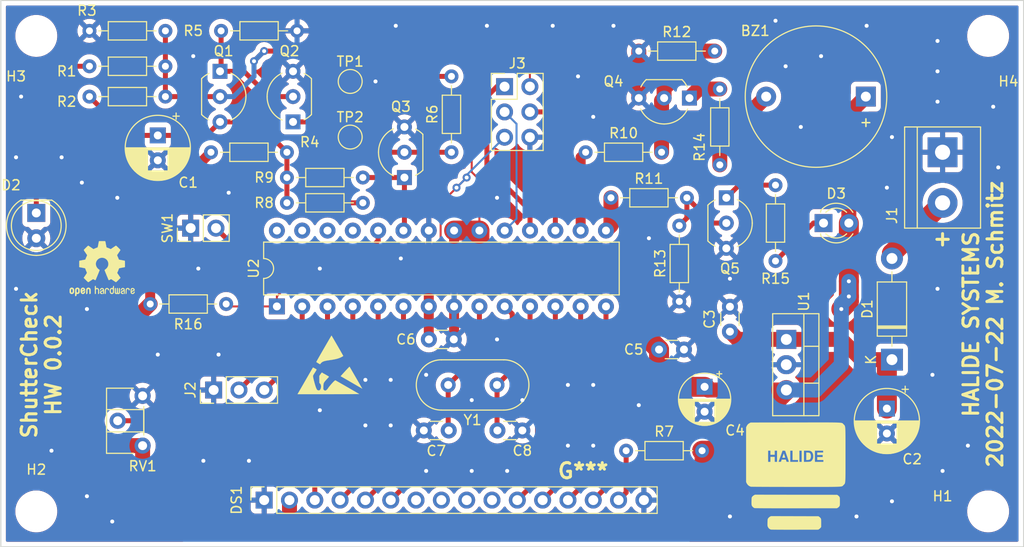
<source format=kicad_pcb>
(kicad_pcb (version 20211014) (generator pcbnew)
  (layers (0 "F.Cu" signal "Front") (31 "B.Cu" signal "Back") (34 "B.Paste" user) (35 "F.Paste" user) (36 "B.SilkS" user "B.Silkscreen") (37 "F.SilkS" user "F.Silkscreen") (38 "B.Mask" user) (39 "F.Mask" user) (44 "Edge.Cuts" user))
  (net 0 "")
  (net 1 "+5V")
  (net 2 "Net-(BZ1-Pad2)")
  (net 3 "Net-(C1-Pad1)")
  (net 4 "GNDD")
  (net 5 "Net-(C2-Pad1)")
  (net 6 "Net-(C7-Pad1)")
  (net 7 "Net-(C8-Pad1)")
  (net 8 "Net-(D1-Pad2)")
  (net 9 "Net-(D2-Pad1)")
  (net 10 "Net-(D3-Pad1)")
  (net 11 "V0")
  (net 12 "RS")
  (net 13 "RW")
  (net 14 "E")
  (net 19 "D4")
  (net 20 "D5")
  (net 21 "D6")
  (net 22 "D7")
  (net 23 "Net-(DS1-Pad15)")
  (net 24 "RX")
  (net 25 "TX")
  (net 26 "MISO")
  (net 27 "SCK")
  (net 28 "MOSI")
  (net 29 "RST")
  (net 30 "Net-(Q1-Pad1)")
  (net 31 "Net-(Q1-Pad2)")
  (net 32 "Net-(Q2-Pad1)")
  (net 33 "SHUT_SIG")
  (net 34 "Net-(Q4-Pad1)")
  (net 35 "Net-(Q4-Pad2)")
  (net 36 "Net-(Q5-Pad1)")
  (net 37 "Net-(Q5-Pad2)")
  (net 38 "BUZ")
  (net 39 "LED")
  (net 40 "BTN")
  (footprint "Symbol:ESD-Logo_6.6x6mm_SilkScreen" (layer "F.Cu") (at 145.172 51.508)
    (fp_text reference "REF**" hide)
    (fp_text value "ESD-Logo_6.6x6mm_SilkScreen" hide)
  )
  (footprint "Connector_PinHeader_2.54mm:PinHeader_1x03_P2.54mm_Vertical" (layer "F.Cu") (at 133.503 54.048 90)
    (fp_text reference "J2" (at 0 -2.33 90) (layer "F.SilkS"))
    (fp_text value "UART")
    (pad "1" thru_hole rect (at 0 0 90) (size 1.7 1.7) (drill 1) (layers *.Cu *.Mask) (net 4 "GNDD"))
    (pad "2" thru_hole oval (at 0 2.54 90) (size 1.7 1.7) (drill 1) (layers *.Cu *.Mask) (net 24 "RX"))
    (pad "3" thru_hole oval (at 0 5.08 90) (size 1.7 1.7) (drill 1) (layers *.Cu *.Mask) (net 25 "TX"))
  )
  (footprint "Buzzer_Beeper:Buzzer_D14mm_H7mm_P10mm" (layer "F.Cu") (at 198.94 24.584 180)
    (fp_text reference "BZ1" (at 11.096 6.604) (layer "F.SilkS"))
    (fp_text value "Buzzer")
    (fp_text user "+" (at -0.01 -2.54) (layer "F.SilkS"))
    (pad "1" thru_hole rect (at 0 0 180) (size 2 2) (drill 1) (layers *.Cu *.Mask) (net 1 "+5V"))
    (pad "2" thru_hole circle (at 10 0 180) (size 2 2) (drill 1) (layers *.Cu *.Mask) (net 2 "Net-(BZ1-Pad2)"))
  )
  (footprint "Resistor_THT:R_Axial_DIN0204_L3.6mm_D1.6mm_P7.62mm_Horizontal" (layer "F.Cu") (at 170.826 30.172)
    (fp_text reference "R10" (at 3.81 -1.92) (layer "F.SilkS"))
    (fp_text value "2,2k")
    (pad "1" thru_hole circle (at 0 0) (size 1.4 1.4) (drill 0.7) (layers *.Cu *.Mask) (net 38 "BUZ"))
    (pad "2" thru_hole oval (at 7.62 0) (size 1.4 1.4) (drill 0.7) (layers *.Cu *.Mask) (net 35 "Net-(Q4-Pad2)"))
  )
  (footprint "Resistor_THT:R_Axial_DIN0204_L3.6mm_D1.6mm_P7.62mm_Horizontal" (layer "F.Cu") (at 121.042 17.98)
    (fp_text reference "R3" (at -0.254 -2.032) (layer "F.SilkS"))
    (fp_text value "470k")
    (pad "1" thru_hole circle (at 0 0) (size 1.4 1.4) (drill 0.7) (layers *.Cu *.Mask) (net 4 "GNDD"))
    (pad "2" thru_hole oval (at 7.62 0) (size 1.4 1.4) (drill 0.7) (layers *.Cu *.Mask) (net 31 "Net-(Q1-Pad2)"))
  )
  (footprint "Resistor_THT:R_Axial_DIN0204_L3.6mm_D1.6mm_P7.62mm_Horizontal" (layer "F.Cu") (at 140.854 32.712)
    (fp_text reference "R9" (at -2.286 0) (layer "F.SilkS"))
    (fp_text value "4k7")
    (pad "1" thru_hole circle (at 0 0) (size 1.4 1.4) (drill 0.7) (layers *.Cu *.Mask) (net 3 "Net-(C1-Pad1)"))
    (pad "2" thru_hole oval (at 7.62 0) (size 1.4 1.4) (drill 0.7) (layers *.Cu *.Mask) (net 33 "SHUT_SIG"))
  )
  (footprint "Package_TO_SOT_THT:TO-92_Inline_Wide" (layer "F.Cu") (at 152.644 32.712 90)
    (fp_text reference "Q3" (at 7.112 -0.36 180) (layer "F.SilkS"))
    (fp_text value "BS170")
    (pad "1" thru_hole rect (at 0 0 90) (size 1.5 1.5) (drill 0.8) (layers *.Cu *.Mask) (net 33 "SHUT_SIG"))
    (pad "2" thru_hole circle (at 2.54 0 90) (size 1.5 1.5) (drill 0.8) (layers *.Cu *.Mask) (net 32 "Net-(Q2-Pad1)"))
    (pad "3" thru_hole circle (at 5.08 0 90) (size 1.5 1.5) (drill 0.8) (layers *.Cu *.Mask) (net 4 "GNDD"))
  )
  (footprint "Capacitor_THT:C_Disc_D3.0mm_W1.6mm_P2.50mm" (layer "F.Cu") (at 161.976 58.112)
    (fp_text reference "C8" (at 2.5 2.032) (layer "F.SilkS"))
    (fp_text value "22p")
    (pad "1" thru_hole circle (at 0 0) (size 1.6 1.6) (drill 0.8) (layers *.Cu *.Mask) (net 7 "Net-(C8-Pad1)"))
    (pad "2" thru_hole circle (at 2.5 0) (size 1.6 1.6) (drill 0.8) (layers *.Cu *.Mask) (net 4 "GNDD"))
  )
  (footprint "Capacitor_THT:C_Disc_D3.0mm_W1.6mm_P2.50mm" (layer "F.Cu") (at 157.089999 58.112 180)
    (fp_text reference "C7" (at 1.25 -2.05) (layer "F.SilkS"))
    (fp_text value "22p")
    (pad "1" thru_hole circle (at 0 0 180) (size 1.6 1.6) (drill 0.8) (layers *.Cu *.Mask) (net 6 "Net-(C7-Pad1)"))
    (pad "2" thru_hole circle (at 2.5 0 180) (size 1.6 1.6) (drill 0.8) (layers *.Cu *.Mask) (net 4 "GNDD"))
  )
  (footprint "Crystal:Crystal_HC18-U_Vertical" (layer "F.Cu") (at 161.936 53.54 180)
    (fp_text reference "Y1" (at 2.45 -3.525) (layer "F.SilkS"))
    (fp_text value "Crystal")
    (pad "1" thru_hole circle (at 0 0 180) (size 1.5 1.5) (drill 0.8) (layers *.Cu *.Mask) (net 7 "Net-(C8-Pad1)"))
    (pad "2" thru_hole circle (at 4.9 0 180) (size 1.5 1.5) (drill 0.8) (layers *.Cu *.Mask) (net 6 "Net-(C7-Pad1)"))
  )
  (footprint "Package_TO_SOT_THT:TO-220-3_Vertical" (layer "F.Cu") (at 190.963 48.968 -90)
    (fp_text reference "U1" (at -3.81 -1.76 90) (layer "F.SilkS"))
    (fp_text value "L7805")
    (pad "1" thru_hole rect (at 0 0 270) (size 1.905 2) (drill 1.1) (layers *.Cu *.Mask) (net 5 "Net-(C2-Pad1)"))
    (pad "2" thru_hole oval (at 2.54 0 270) (size 1.905 2) (drill 1.1) (layers *.Cu *.Mask) (net 4 "GNDD"))
    (pad "3" thru_hole oval (at 5.08 0 270) (size 1.905 2) (drill 1.1) (layers *.Cu *.Mask) (net 1 "+5V"))
  )
  (footprint "Package_TO_SOT_THT:TO-92_Inline_Wide" (layer "F.Cu") (at 184.944 34.744 -90)
    (fp_text reference "Q5" (at 7.112 -0.36 180) (layer "F.SilkS"))
    (fp_text value "BS170")
    (pad "1" thru_hole rect (at 0 0 270) (size 1.5 1.5) (drill 0.8) (layers *.Cu *.Mask) (net 36 "Net-(Q5-Pad1)"))
    (pad "2" thru_hole circle (at 2.54 0 270) (size 1.5 1.5) (drill 0.8) (layers *.Cu *.Mask) (net 37 "Net-(Q5-Pad2)"))
    (pad "3" thru_hole circle (at 5.08 0 270) (size 1.5 1.5) (drill 0.8) (layers *.Cu *.Mask) (net 4 "GNDD"))
  )
  (footprint "99_Logo:logo" (layer "F.Cu") (at 191.908 62.684)
    (fp_text reference "G***" (at -21.336 -0.508) (layer "F.SilkS") (effects (font (size 1.524 1.524) (thickness 0.3))))
    (fp_text value "LOGO" hide)
  )
  (footprint "Connector_PinHeader_2.54mm:PinHeader_2x03_P2.54mm_Vertical" (layer "F.Cu") (at 162.693 23.583)
    (fp_text reference "J3" (at 1.27 -2.33) (layer "F.SilkS"))
    (fp_text value "ISP")
    (pad "1" thru_hole rect (at 0 0) (size 1.7 1.7) (drill 1) (layers *.Cu *.Mask) (net 26 "MISO"))
    (pad "2" thru_hole oval (at 2.54 0) (size 1.7 1.7) (drill 1) (layers *.Cu *.Mask) (net 1 "+5V"))
    (pad "3" thru_hole oval (at 0 2.54) (size 1.7 1.7) (drill 1) (layers *.Cu *.Mask) (net 27 "SCK"))
    (pad "4" thru_hole oval (at 2.54 2.54) (size 1.7 1.7) (drill 1) (layers *.Cu *.Mask) (net 28 "MOSI"))
    (pad "5" thru_hole oval (at 0 5.08) (size 1.7 1.7) (drill 1) (layers *.Cu *.Mask) (net 29 "RST"))
    (pad "6" thru_hole oval (at 2.54 5.08) (size 1.7 1.7) (drill 1) (layers *.Cu *.Mask) (net 4 "GNDD"))
  )
  (footprint "Package_TO_SOT_THT:TO-92_Inline_Wide" (layer "F.Cu") (at 134.144 22.044 -90)
    (fp_text reference "Q1" (at -2.032 -0.36 180) (layer "F.SilkS"))
    (fp_text value "BC557B")
    (pad "1" thru_hole rect (at 0 0 270) (size 1.5 1.5) (drill 0.8) (layers *.Cu *.Mask) (net 30 "Net-(Q1-Pad1)"))
    (pad "2" thru_hole circle (at 2.54 0 270) (size 1.5 1.5) (drill 0.8) (layers *.Cu *.Mask) (net 31 "Net-(Q1-Pad2)"))
    (pad "3" thru_hole circle (at 5.08 0 270) (size 1.5 1.5) (drill 0.8) (layers *.Cu *.Mask) (net 3 "Net-(C1-Pad1)"))
  )
  (footprint "Diode_THT:D_DO-41_SOD81_P10.16mm_Horizontal" (layer "F.Cu") (at 201.56 51 90)
    (fp_text reference "D1" (at 5.08 -2.47 90) (layer "F.SilkS"))
    (fp_text value "1N4004")
    (fp_text user "K" (at 0 -2.1 90) (layer "F.SilkS"))
    (pad "1" thru_hole rect (at 0 0 90) (size 2.2 2.2) (drill 1.1) (layers *.Cu *.Mask) (net 5 "Net-(C2-Pad1)"))
    (pad "2" thru_hole oval (at 10.16 0 90) (size 2.2 2.2) (drill 1.1) (layers *.Cu *.Mask) (net 8 "Net-(D1-Pad2)"))
  )
  (footprint "LED_THT:LED_D5.0mm_IRGrey" (layer "F.Cu") (at 115.708 36.268 -90)
    (fp_text reference "D2" (at -2.789 2.54 180) (layer "F.SilkS"))
    (fp_text value "SFH203")
    (pad "1" thru_hole rect (at 0 0 270) (size 1.8 1.8) (drill 0.9) (layers *.Cu *.Mask) (net 9 "Net-(D2-Pad1)"))
    (pad "2" thru_hole circle (at 2.54 0 270) (size 1.8 1.8) (drill 0.9) (layers *.Cu *.Mask) (net 4 "GNDD"))
  )
  (footprint "MountingHole:MountingHole_3.2mm_M3" (layer "F.Cu") (at 115.708 66.24)
    (fp_text reference "H2" (at 0 -4.2) (layer "F.SilkS"))
    (fp_text value "h4")
    (pad "" np_thru_hole circle (at 0 0) (size 3.2 3.2) (drill 3.2) (layers *.Cu *.Mask))
  )
  (footprint "Resistor_THT:R_Axial_DIN0204_L3.6mm_D1.6mm_P7.62mm_Horizontal" (layer "F.Cu") (at 121.042 24.584)
    (fp_text reference "R2" (at -2.286 0.508) (layer "F.SilkS"))
    (fp_text value "47k")
    (pad "1" thru_hole circle (at 0 0) (size 1.4 1.4) (drill 0.7) (layers *.Cu *.Mask) (net 3 "Net-(C1-Pad1)"))
    (pad "2" thru_hole oval (at 7.62 0) (size 1.4 1.4) (drill 0.7) (layers *.Cu *.Mask) (net 31 "Net-(Q1-Pad2)"))
  )
  (footprint "Resistor_THT:R_Axial_DIN0204_L3.6mm_D1.6mm_P7.62mm_Horizontal" (layer "F.Cu") (at 157.364 30.172 90)
    (fp_text reference "R6" (at 3.81 -1.92 90) (layer "F.SilkS"))
    (fp_text value "1M5")
    (pad "1" thru_hole circle (at 0 0 90) (size 1.4 1.4) (drill 0.7) (layers *.Cu *.Mask) (net 32 "Net-(Q2-Pad1)"))
    (pad "2" thru_hole oval (at 7.62 0 90) (size 1.4 1.4) (drill 0.7) (layers *.Cu *.Mask) (net 31 "Net-(Q1-Pad2)"))
  )
  (footprint "TerminalBlock:TerminalBlock_bornier-2_P5.08mm" (layer "F.Cu") (at 206.64 30.172 -90)
    (fp_text reference "J1" (at 6.35 5.08 90) (layer "F.SilkS"))
    (fp_text value "PWR")
    (pad "1" thru_hole rect (at 0 0 270) (size 3 3) (drill 1.52) (layers *.Cu *.Mask) (net 4 "GNDD"))
    (pad "2" thru_hole circle (at 5.08 0 270) (size 3 3) (drill 1.52) (layers *.Cu *.Mask) (net 8 "Net-(D1-Pad2)"))
  )
  (footprint "Resistor_THT:R_Axial_DIN0204_L3.6mm_D1.6mm_P7.62mm_Horizontal" (layer "F.Cu") (at 133.234 30.172)
    (fp_text reference "R4" (at 9.906 -1.016) (layer "F.SilkS"))
    (fp_text value "10")
    (pad "1" thru_hole circle (at 0 0) (size 1.4 1.4) (drill 0.7) (layers *.Cu *.Mask) (net 1 "+5V"))
    (pad "2" thru_hole oval (at 7.62 0) (size 1.4 1.4) (drill 0.7) (layers *.Cu *.Mask) (net 3 "Net-(C1-Pad1)"))
  )
  (footprint "Resistor_THT:R_Axial_DIN0204_L3.6mm_D1.6mm_P7.62mm_Horizontal" (layer "F.Cu") (at 174.89 60.144)
    (fp_text reference "R7" (at 3.81 -1.92) (layer "F.SilkS"))
    (fp_text value "1k")
    (pad "1" thru_hole circle (at 0 0) (size 1.4 1.4) (drill 0.7) (layers *.Cu *.Mask) (net 23 "Net-(DS1-Pad15)"))
    (pad "2" thru_hole oval (at 7.62 0) (size 1.4 1.4) (drill 0.7) (layers *.Cu *.Mask) (net 1 "+5V"))
  )
  (footprint "Resistor_THT:R_Axial_DIN0204_L3.6mm_D1.6mm_P7.62mm_Horizontal" (layer "F.Cu") (at 176.16 20.012)
    (fp_text reference "R12" (at 3.81 -1.92) (layer "F.SilkS"))
    (fp_text value "10k")
    (pad "1" thru_hole circle (at 0 0) (size 1.4 1.4) (drill 0.7) (layers *.Cu *.Mask) (net 4 "GNDD"))
    (pad "2" thru_hole oval (at 7.62 0) (size 1.4 1.4) (drill 0.7) (layers *.Cu *.Mask) (net 35 "Net-(Q4-Pad2)"))
  )
  (footprint "Capacitor_THT:CP_Radial_D5.0mm_P2.50mm" (layer "F.Cu") (at 182.764 53.729114 -90)
    (fp_text reference "C4" (at 4.382886 -3.048) (layer "F.SilkS"))
    (fp_text value "10u")
    (pad "1" thru_hole rect (at 0 0 270) (size 1.6 1.6) (drill 0.8) (layers *.Cu *.Mask) (net 1 "+5V"))
    (pad "2" thru_hole circle (at 2.5 0 270) (size 1.6 1.6) (drill 0.8) (layers *.Cu *.Mask) (net 4 "GNDD"))
  )
  (footprint "Resistor_THT:R_Axial_DIN0204_L3.6mm_D1.6mm_P7.62mm_Horizontal" (layer "F.Cu") (at 134.25 17.98)
    (fp_text reference "R5" (at -2.794 0) (layer "F.SilkS"))
    (fp_text value "4k7")
    (pad "1" thru_hole circle (at 0 0) (size 1.4 1.4) (drill 0.7) (layers *.Cu *.Mask) (net 30 "Net-(Q1-Pad1)"))
    (pad "2" thru_hole oval (at 7.62 0) (size 1.4 1.4) (drill 0.7) (layers *.Cu *.Mask) (net 4 "GNDD"))
  )
  (footprint "TestPoint:TestPoint_Pad_D2.0mm" (layer "F.Cu") (at 147.204 28.648)
    (fp_text reference "TP2" (at 0 -1.998) (layer "F.SilkS"))
    (fp_text value "TP")
    (pad "1" smd circle (at 0 0) (size 2 2) (layers "F.Cu" "F.Mask") (net 32 "Net-(Q2-Pad1)"))
  )
  (footprint "Capacitor_THT:C_Disc_D3.0mm_W1.6mm_P2.50mm" (layer "F.Cu") (at 178.192 49.984)
    (fp_text reference "C5" (at -2.54 0) (layer "F.SilkS"))
    (fp_text value "100n")
    (pad "1" thru_hole circle (at 0 0) (size 1.6 1.6) (drill 0.8) (layers *.Cu *.Mask) (net 1 "+5V"))
    (pad "2" thru_hole circle (at 2.5 0) (size 1.6 1.6) (drill 0.8) (layers *.Cu *.Mask) (net 4 "GNDD"))
  )
  (footprint "Resistor_THT:R_Axial_DIN0204_L3.6mm_D1.6mm_P7.62mm_Horizontal" (layer "F.Cu") (at 128.662 21.536 180)
    (fp_text reference "R1" (at 9.906 -0.508) (layer "F.SilkS"))
    (fp_text value "1k")
    (pad "1" thru_hole circle (at 0 0 180) (size 1.4 1.4) (drill 0.7) (layers *.Cu *.Mask) (net 31 "Net-(Q1-Pad2)"))
    (pad "2" thru_hole oval (at 7.62 0 180) (size 1.4 1.4) (drill 0.7) (layers *.Cu *.Mask) (net 9 "Net-(D2-Pad1)"))
  )
  (footprint "Potentiometer_THT:Potentiometer_Piher_PT-6-H_Horizontal" (layer "F.Cu") (at 126.376 59.636 180)
    (fp_text reference "RV1" (at 0 -2.06) (layer "F.SilkS"))
    (fp_text value "10k")
    (pad "1" thru_hole circle (at 0 0 180) (size 1.62 1.62) (drill 0.9) (layers *.Cu *.Mask) (net 1 "+5V"))
    (pad "2" thru_hole circle (at 2.5 2.5 180) (size 1.62 1.62) (drill 0.9) (layers *.Cu *.Mask) (net 11 "V0"))
    (pad "3" thru_hole circle (at 0 5 180) (size 1.62 1.62) (drill 0.9) (layers *.Cu *.Mask) (net 4 "GNDD"))
  )
  (footprint "Package_TO_SOT_THT:TO-92_Inline_Wide" (layer "F.Cu") (at 181.24 24.732 180)
    (fp_text reference "Q4" (at 7.62 1.672) (layer "F.SilkS"))
    (fp_text value "BS170")
    (pad "1" thru_hole rect (at 0 0 180) (size 1.5 1.5) (drill 0.8) (layers *.Cu *.Mask) (net 34 "Net-(Q4-Pad1)"))
    (pad "2" thru_hole circle (at 2.54 0 180) (size 1.5 1.5) (drill 0.8) (layers *.Cu *.Mask) (net 35 "Net-(Q4-Pad2)"))
    (pad "3" thru_hole circle (at 5.08 0 180) (size 1.5 1.5) (drill 0.8) (layers *.Cu *.Mask) (net 4 "GNDD"))
  )
  (footprint "Package_DIP:DIP-28_W7.62mm" (layer "F.Cu") (at 139.848 45.656 90)
    (fp_text reference "U2" (at 3.81 -2.33 90) (layer "F.SilkS"))
    (fp_text value "ATmega328-P")
    (pad "1" thru_hole rect (at 0 0 90) (size 1.6 1.6) (drill 0.8) (layers *.Cu *.Mask) (net 29 "RST"))
    (pad "2" thru_hole oval (at 0 2.54 90) (size 1.6 1.6) (drill 0.8) (layers *.Cu *.Mask) (net 24 "RX"))
    (pad "3" thru_hole oval (at 0 5.08 90) (size 1.6 1.6) (drill 0.8) (layers *.Cu *.Mask) (net 25 "TX"))
    (pad "4" thru_hole oval (at 0 7.62 90) (size 1.6 1.6) (drill 0.8) (layers *.Cu *.Mask) (net 12 "RS"))
    (pad "5" thru_hole oval (at 0 10.16 90) (size 1.6 1.6) (drill 0.8) (layers *.Cu *.Mask) (net 13 "RW"))
    (pad "6" thru_hole oval (at 0 12.7 90) (size 1.6 1.6) (drill 0.8) (layers *.Cu *.Mask) (net 14 "E"))
    (pad "7" thru_hole oval (at 0 15.24 90) (size 1.6 1.6) (drill 0.8) (layers *.Cu *.Mask) (net 1 "+5V"))
    (pad "8" thru_hole oval (at 0 17.78 90) (size 1.6 1.6) (drill 0.8) (layers *.Cu *.Mask) (net 4 "GNDD"))
    (pad "9" thru_hole oval (at 0 20.32 90) (size 1.6 1.6) (drill 0.8) (layers *.Cu *.Mask) (net 6 "Net-(C7-Pad1)"))
    (pad "10" thru_hole oval (at 0 22.86 90) (size 1.6 1.6) (drill 0.8) (layers *.Cu *.Mask) (net 7 "Net-(C8-Pad1)"))
    (pad "11" thru_hole oval (at 0 25.4 90) (size 1.6 1.6) (drill 0.8) (layers *.Cu *.Mask) (net 19 "D4"))
    (pad "12" thru_hole oval (at 0 27.94 90) (size 1.6 1.6) (drill 0.8) (layers *.Cu *.Mask) (net 20 "D5"))
    (pad "13" thru_hole oval (at 0 30.48 90) (size 1.6 1.6) (drill 0.8) (layers *.Cu *.Mask) (net 21 "D6"))
    (pad "14" thru_hole oval (at 0 33.02 90) (size 1.6 1.6) (drill 0.8) (layers *.Cu *.Mask) (net 22 "D7"))
    (pad "15" thru_hole oval (at 7.62 33.02 90) (size 1.6 1.6) (drill 0.8) (layers *.Cu *.Mask) (net 39 "LED"))
    (pad "16" thru_hole oval (at 7.62 30.48 90) (size 1.6 1.6) (drill 0.8) (layers *.Cu *.Mask) (net 38 "BUZ"))
    (pad "17" thru_hole oval (at 7.62 27.94 90) (size 1.6 1.6) (drill 0.8) (layers *.Cu *.Mask) (net 28 "MOSI"))
    (pad "18" thru_hole oval (at 7.62 25.4 90) (size 1.6 1.6) (drill 0.8) (layers *.Cu *.Mask) (net 26 "MISO"))
    (pad "19" thru_hole oval (at 7.62 22.86 90) (size 1.6 1.6) (drill 0.8) (layers *.Cu *.Mask) (net 27 "SCK"))
    (pad "20" thru_hole oval (at 7.62 20.32 90) (size 1.6 1.6) (drill 0.8) (layers *.Cu *.Mask) (net 1 "+5V"))
    (pad "21" thru_hole oval (at 7.62 17.78 90) (size 1.6 1.6) (drill 0.8) (layers *.Cu *.Mask) (net 1 "+5V"))
    (pad "22" thru_hole oval (at 7.62 15.24 90) (size 1.6 1.6) (drill 0.8) (layers *.Cu *.Mask) (net 4 "GNDD"))
    (pad "23" thru_hole oval (at 7.62 12.7 90) (size 1.6 1.6) (drill 0.8) (layers *.Cu *.Mask) (net 33 "SHUT_SIG"))
    (pad "24" thru_hole oval (at 7.62 10.16 90) (size 1.6 1.6) (drill 0.8) (layers *.Cu *.Mask) (net 40 "BTN"))
    (pad "25" thru_hole oval (at 7.62 7.62 90) (size 1.6 1.6) (drill 0.8) (layers *.Cu *.Mask))
    (pad "26" thru_hole oval (at 7.62 5.08 90) (size 1.6 1.6) (drill 0.8) (layers *.Cu *.Mask))
    (pad "27" thru_hole oval (at 7.62 2.54 90) (size 1.6 1.6) (drill 0.8) (layers *.Cu *.Mask))
    (pad "28" thru_hole oval (at 7.62 0 90) (size 1.6 1.6) (drill 0.8) (layers *.Cu *.Mask))
  )
  (footprint "Resistor_THT:R_Axial_DIN0204_L3.6mm_D1.6mm_P7.62mm_Horizontal" (layer "F.Cu") (at 127.138 45.412)
    (fp_text reference "R16" (at 3.81 2.032) (layer "F.SilkS"))
    (fp_text value "10k")
    (pad "1" thru_hole circle (at 0 0) (size 1.4 1.4) (drill 0.7) (layers *.Cu *.Mask) (net 1 "+5V"))
    (pad "2" thru_hole oval (at 7.62 0) (size 1.4 1.4) (drill 0.7) (layers *.Cu *.Mask) (net 29 "RST"))
  )
  (footprint "Connector_PinSocket_2.54mm:PinSocket_1x16_P2.54mm_Vertical" (layer "F.Cu") (at 138.572 65.1065 90)
    (fp_text reference "DS1" (at 0 -2.77 90) (layer "F.SilkS"))
    (fp_text value "WC1602A")
    (pad "1" thru_hole rect (at 0 0 90) (size 1.7 1.7) (drill 1) (layers *.Cu *.Mask) (net 4 "GNDD"))
    (pad "2" thru_hole oval (at 0 2.54 90) (size 1.7 1.7) (drill 1) (layers *.Cu *.Mask) (net 1 "+5V"))
    (pad "3" thru_hole oval (at 0 5.08 90) (size 1.7 1.7) (drill 1) (layers *.Cu *.Mask) (net 11 "V0"))
    (pad "4" thru_hole oval (at 0 7.62 90) (size 1.7 1.7) (drill 1) (layers *.Cu *.Mask) (net 12 "RS"))
    (pad "5" thru_hole oval (at 0 10.16 90) (size 1.7 1.7) (drill 1) (layers *.Cu *.Mask) (net 13 "RW"))
    (pad "6" thru_hole oval (at 0 12.7 90) (size 1.7 1.7) (drill 1) (layers *.Cu *.Mask) (net 14 "E"))
    (pad "7" thru_hole oval (at 0 15.24 90) (size 1.7 1.7) (drill 1) (layers *.Cu *.Mask))
    (pad "8" thru_hole oval (at 0 17.78 90) (size 1.7 1.7) (drill 1) (layers *.Cu *.Mask))
    (pad "9" thru_hole oval (at 0 20.32 90) (size 1.7 1.7) (drill 1) (layers *.Cu *.Mask))
    (pad "10" thru_hole oval (at 0 22.86 90) (size 1.7 1.7) (drill 1) (layers *.Cu *.Mask))
    (pad "11" thru_hole oval (at 0 25.4 90) (size 1.7 1.7) (drill 1) (layers *.Cu *.Mask) (net 19 "D4"))
    (pad "12" thru_hole oval (at 0 27.94 90) (size 1.7 1.7) (drill 1) (layers *.Cu *.Mask) (net 20 "D5"))
    (pad "13" thru_hole oval (at 0 30.48 90) (size 1.7 1.7) (drill 1) (layers *.Cu *.Mask) (net 21 "D6"))
    (pad "14" thru_hole oval (at 0 33.02 90) (size 1.7 1.7) (drill 1) (layers *.Cu *.Mask) (net 22 "D7"))
    (pad "15" thru_hole oval (at 0 35.56 90) (size 1.7 1.7) (drill 1) (layers *.Cu *.Mask) (net 23 "Net-(DS1-Pad15)"))
    (pad "16" thru_hole oval (at 0 38.1 90) (size 1.7 1.7) (drill 1) (layers *.Cu *.Mask) (net 4 "GNDD"))
  )
  (footprint "MountingHole:MountingHole_3.2mm_M3" (layer "F.Cu") (at 115.708 18.488)
    (fp_text reference "H3" (at -2.032 4.064) (layer "F.SilkS"))
    (fp_text value "h1")
    (pad "" np_thru_hole circle (at 0 0) (size 3.2 3.2) (drill 3.2) (layers *.Cu *.Mask))
  )
  (footprint "Resistor_THT:R_Axial_DIN0204_L3.6mm_D1.6mm_P7.62mm_Horizontal" (layer "F.Cu") (at 173.366 34.744)
    (fp_text reference "R11" (at 3.81 -1.92) (layer "F.SilkS"))
    (fp_text value "2,2k")
    (pad "1" thru_hole circle (at 0 0) (size 1.4 1.4) (drill 0.7) (layers *.Cu *.Mask) (net 39 "LED"))
    (pad "2" thru_hole oval (at 7.62 0) (size 1.4 1.4) (drill 0.7) (layers *.Cu *.Mask) (net 37 "Net-(Q5-Pad2)"))
  )
  (footprint "Resistor_THT:R_Axial_DIN0204_L3.6mm_D1.6mm_P7.62mm_Horizontal" (layer "F.Cu") (at 184.288 31.442 90)
    (fp_text reference "R14" (at 1.778 -2.032 90) (layer "F.SilkS"))
    (fp_text value "470")
    (pad "1" thru_hole circle (at 0 0 90) (size 1.4 1.4) (drill 0.7) (layers *.Cu *.Mask) (net 2 "Net-(BZ1-Pad2)"))
    (pad "2" thru_hole oval (at 7.62 0 90) (size 1.4 1.4) (drill 0.7) (layers *.Cu *.Mask) (net 34 "Net-(Q4-Pad1)"))
  )
  (footprint "Resistor_THT:R_Axial_DIN0204_L3.6mm_D1.6mm_P7.62mm_Horizontal" (layer "F.Cu") (at 180.224 45.158 90)
    (fp_text reference "R13" (at 3.81 -1.92 90) (layer "F.SilkS"))
    (fp_text value "10k")
    (pad "1" thru_hole circle (at 0 0 90) (size 1.4 1.4) (drill 0.7) (layers *.Cu *.Mask) (net 4 "GNDD"))
    (pad "2" thru_hole oval (at 7.62 0 90) (size 1.4 1.4) (drill 0.7) (layers *.Cu *.Mask) (net 37 "Net-(Q5-Pad2)"))
  )
  (footprint "MountingHole:MountingHole_3.2mm_M3" (layer "F.Cu") (at 211.212 18.488)
    (fp_text reference "H4" (at 2.032 4.572) (layer "F.SilkS"))
    (fp_text value "h3")
    (pad "" np_thru_hole circle (at 0 0) (size 3.2 3.2) (drill 3.2) (layers *.Cu *.Mask))
  )
  (footprint "Package_TO_SOT_THT:TO-92_Inline_Wide" (layer "F.Cu") (at 141.468 27.124 90)
    (fp_text reference "Q2" (at 7.112 -0.36 180) (layer "F.SilkS"))
    (fp_text value "BC547B")
    (pad "1" thru_hole rect (at 0 0 90) (size 1.5 1.5) (drill 0.8) (layers *.Cu *.Mask) (net 32 "Net-(Q2-Pad1)"))
    (pad "2" thru_hole circle (at 2.54 0 90) (size 1.5 1.5) (drill 0.8) (layers *.Cu *.Mask) (net 30 "Net-(Q1-Pad1)"))
    (pad "3" thru_hole circle (at 5.08 0 90) (size 1.5 1.5) (drill 0.8) (layers *.Cu *.Mask) (net 4 "GNDD"))
  )
  (footprint "Capacitor_THT:CP_Radial_D6.3mm_P2.50mm" (layer "F.Cu") (at 127.9 28.481621 -90)
    (fp_text reference "C1" (at 4.738379 -3.048 180) (layer "F.SilkS"))
    (fp_text value "100u")
    (pad "1" thru_hole rect (at 0 0 270) (size 1.6 1.6) (drill 0.8) (layers *.Cu *.Mask) (net 3 "Net-(C1-Pad1)"))
    (pad "2" thru_hole circle (at 2.5 0 270) (size 1.6 1.6) (drill 0.8) (layers *.Cu *.Mask) (net 4 "GNDD"))
  )
  (footprint "TestPoint:TestPoint_Pad_D2.0mm" (layer "F.Cu") (at 147.204 23.06)
    (fp_text reference "TP1" (at 0 -1.998) (layer "F.SilkS"))
    (fp_text value "TP")
    (pad "1" smd circle (at 0 0) (size 2 2) (layers "F.Cu" "F.Mask") (net 4 "GNDD"))
  )
  (footprint "MountingHole:MountingHole_3.2mm_M3" (layer "F.Cu") (at 211.212 66.24)
    (fp_text reference "H1" (at -4.572 -1.524) (layer "F.SilkS"))
    (fp_text value "h3")
    (pad "" np_thru_hole circle (at 0 0) (size 3.2 3.2) (drill 3.2) (layers *.Cu *.Mask))
  )
  (footprint "Resistor_THT:R_Axial_DIN0204_L3.6mm_D1.6mm_P7.62mm_Horizontal" (layer "F.Cu") (at 140.854 35.252)
    (fp_text reference "R8" (at -2.286 0) (layer "F.SilkS"))
    (fp_text value "4k7")
    (pad "1" thru_hole circle (at 0 0) (size 1.4 1.4) (drill 0.7) (layers *.Cu *.Mask) (net 3 "Net-(C1-Pad1)"))
    (pad "2" thru_hole oval (at 7.62 0) (size 1.4 1.4) (drill 0.7) (layers *.Cu *.Mask) (net 32 "Net-(Q2-Pad1)"))
  )
  (footprint "Capacitor_THT:C_Disc_D3.0mm_W1.6mm_P2.50mm" (layer "F.Cu") (at 155.098 48.968)
    (fp_text reference "C6" (at -2.306 0) (layer "F.SilkS"))
    (fp_text value "100n")
    (pad "1" thru_hole circle (at 0 0) (size 1.6 1.6) (drill 0.8) (layers *.Cu *.Mask) (net 1 "+5V"))
    (pad "2" thru_hole circle (at 2.5 0) (size 1.6 1.6) (drill 0.8) (layers *.Cu *.Mask) (net 4 "GNDD"))
  )
  (footprint "LED_THT:LED_D3.0mm" (layer "F.Cu") (at 194.697 37.284)
    (fp_text reference "D3" (at 1.27 -2.96) (layer "F.SilkS"))
    (fp_text value "LED")
    (pad "1" thru_hole rect (at 0 0) (size 1.8 1.8) (drill 0.9) (layers *.Cu *.Mask) (net 10 "Net-(D3-Pad1)"))
    (pad "2" thru_hole circle (at 2.54 0) (size 1.8 1.8) (drill 0.9) (layers *.Cu *.Mask) (net 1 "+5V"))
  )
  (footprint "Connector_PinHeader_2.54mm:PinHeader_1x02_P2.54mm_Vertical" (layer "F.Cu") (at 131.197 37.792 90)
    (fp_text reference "SW1" (at 0 -2.33 90) (layer "F.SilkS"))
    (fp_text value "Button")
    (pad "1" thru_hole rect (at 0 0 90) (size 1.7 1.7) (drill 1) (layers *.Cu *.Mask) (net 4 "GNDD"))
    (pad "2" thru_hole oval (at 0 2.54 90) (size 1.7 1.7) (drill 1) (layers *.Cu *.Mask) (net 40 "BTN"))
  )
  (footprint "Resistor_THT:R_Axial_DIN0204_L3.6mm_D1.6mm_P7.62mm_Horizontal" (layer "F.Cu") (at 189.876 41.094 90)
    (fp_text reference "R15" (at -1.778 0 180) (layer "F.SilkS"))
    (fp_text value "470")
    (pad "1" thru_hole circle (at 0 0 90) (size 1.4 1.4) (drill 0.7) (layers *.Cu *.Mask) (net 10 "Net-(D3-Pad1)"))
    (pad "2" thru_hole oval (at 7.62 0 90) (size 1.4 1.4) (drill 0.7) (layers *.Cu *.Mask) (net 36 "Net-(Q5-Pad1)"))
  )
  (footprint "Symbol:OSHW-Logo2_7.3x6mm_SilkScreen" (layer "F.Cu") (at 122.312 41.856)
    (fp_text reference "REF**" hide)
    (fp_text value "OSHW-Logo2_7.3x6mm_SilkScreen" hide)
  )
  (footprint "Capacitor_THT:C_Disc_D3.0mm_W1.6mm_P2.50mm" (layer "F.Cu") (at 185.304 48.185999 90)
    (fp_text reference "C3" (at 1.25 -2.05 90) (layer "F.SilkS"))
    (fp_text value "100n")
    (pad "1" thru_hole circle (at 0 0 90) (size 1.6 1.6) (drill 0.8) (layers *.Cu *.Mask) (net 5 "Net-(C2-Pad1)"))
    (pad "2" thru_hole circle (at 2.5 0 90) (size 1.6 1.6) (drill 0.8) (layers *.Cu *.Mask) (net 4 "GNDD"))
  )
  (footprint "Capacitor_THT:CP_Radial_D6.3mm_P2.50mm" (layer "F.Cu") (at 201.052 55.913621 -90)
    (fp_text reference "C2" (at 5.08 -2.54) (layer "F.SilkS"))
    (fp_text value "100u")
    (pad "1" thru_hole rect (at 0 0 270) (size 1.6 1.6) (drill 0.8) (layers *.Cu *.Mask) (net 5 "Net-(C2-Pad1)"))
    (pad "2" thru_hole circle (at 2.5 0 270) (size 1.6 1.6) (drill 0.8) (layers *.Cu *.Mask) (net 4 "GNDD"))
  )
  (gr_rect (start 112.152 14.932) (end 214.768 69.796) (layer "Edge.Cuts") (width 0.1) (fill none))
  (gr_text "+" (at 206.64 38.808) (layer "F.SilkS") (effects (font (size 1.5 1.5) (thickness 0.3))))
  (gr_text "HALIDE SYSTEMS\n2022-07-22 M. Schmitz" (at 210.704 47.444 90) (layer "F.SilkS") (effects (font (size 1.5 1.5) (thickness 0.3))))
  (gr_text "ShutterCheck\nHW 0.0.2" (at 116.216 51.508 90) (layer "F.SilkS") (effects (font (size 1.5 1.5) (thickness 0.3))))
  (segment (start 182.51 65.986) (end 180.224 68.272) (width 1.5) (layer "F.Cu") (net 1))
  (segment (start 160.168 40.596) (end 161.428 41.856) (width 2) (layer "F.Cu") (net 1))
  (segment (start 141.112 65.1065) (end 141.112 67.76) (width 1.5) (layer "F.Cu") (net 1))
  (segment (start 120.788 59.636) (end 120.788 51.762) (width 1.5) (layer "F.Cu") (net 1))
  (segment (start 141.112 67.76) (end 140.6 68.272) (width 1.5) (layer "F.Cu") (net 1))
  (segment (start 127.138 45.412) (end 127.138 36.268) (width 1) (layer "F.Cu") (net 1))
  (segment (start 197.237 43.131) (end 197.237 44.655) (width 2) (layer "F.Cu") (net 1))
  (segment (start 155.088 45.656) (end 155.088 43.624) (width 1) (layer "F.Cu") (net 1))
  (segment (start 155.088 45.656) (end 155.088 48.958) (width 1) (layer "F.Cu") (net 1))
  (segment (start 197.237 26.287) (end 198.94 24.584) (width 1.5) (layer "F.Cu") (net 1))
  (segment (start 126.376 59.636) (end 120.788 59.636) (width 1.5) (layer "F.Cu") (net 1))
  (segment (start 160.168 38.036) (end 157.628 38.036) (width 2) (layer "F.Cu") (net 1))
  (segment (start 163.46 20.52) (end 160.92 20.52) (width 0.2) (layer "F.Cu") (net 1))
  (segment (start 190.963 54.048) (end 183.082886 54.048) (width 1.5) (layer "F.Cu") (net 1))
  (segment (start 197.237 37.284) (end 197.237 43.131) (width 2) (layer "F.Cu") (net 1))
  (segment (start 197.237 44.655) (end 197.237 45.163) (width 2) (layer "F.Cu") (net 1))
  (segment (start 127.138 36.268) (end 133.234 30.172) (width 1) (layer "F.Cu") (net 1))
  (segment (start 140.6 68.272) (end 131.456 68.272) (width 1.5) (layer "F.Cu") (net 1))
  (segment (start 160.168 38.036) (end 160.168 40.596) (width 2) (layer "F.Cu") (net 1))
  (segment (start 183.082886 54.048) (end 182.764 53.729114) (width 1.5) (layer "F.Cu") (net 1))
  (segment (start 184.867 60.144) (end 190.963 54.048) (width 2) (layer "F.Cu") (net 1))
  (segment (start 176.668 48.46) (end 178.192 49.984) (width 2) (layer "F.Cu") (net 1))
  (segment (start 176.668 44.396) (end 176.668 48.46) (width 2) (layer "F.Cu") (net 1))
  (segment (start 174.128 41.856) (end 176.668 44.396) (width 2) (layer "F.Cu") (net 1))
  (segment (start 165.233 23.583) (end 165.233 22.293) (width 0.2) (layer "F.Cu") (net 1))
  (segment (start 197.237 37.284) (end 197.237 26.287) (width 1.5) (layer "F.Cu") (net 1))
  (segment (start 155.088 43.624) (end 157.628 41.084) (width 1) (layer "F.Cu") (net 1))
  (segment (start 182.764 53.729114) (end 179.964 53.729114) (width 2) (layer "F.Cu") (net 1))
  (segment (start 165.233 22.293) (end 163.46 20.52) (width 0.2) (layer "F.Cu") (net 1))
  (segment (start 178.192 51.957114) (end 178.192 49.984) (width 2) (layer "F.Cu") (net 1))
  (segment (start 120.788 51.762) (end 127.138 45.412) (width 1.5) (layer "F.Cu") (net 1))
  (segment (start 180.224 68.272) (end 140.6 68.272) (width 1.5) (layer "F.Cu") (net 1))
  (segment (start 157.628 41.084) (end 157.628 38.036) (width 1) (layer "F.Cu") (net 1))
  (segment (start 159.396 32.159339) (end 160.168 32.931339) (width 0.2) (layer "F.Cu") (net 1))
  (segment (start 182.51 60.144) (end 184.867 60.144) (width 2) (layer "F.Cu") (net 1))
  (segment (start 131.456 68.272) (end 126.376 63.192) (width 1.5) (layer "F.Cu") (net 1))
  (segment (start 197.237 45.163) (end 196.48 45.92) (width 2) (layer "F.Cu") (net 1))
  (segment (start 126.376 63.192) (end 126.376 59.636) (width 1.5) (layer "F.Cu") (net 1))
  (segment (start 161.428 41.856) (end 174.128 41.856) (width 2) (layer "F.Cu") (net 1))
  (segment (start 155.088 48.958) (end 155.098 48.968) (width 1) (layer "F.Cu") (net 1))
  (segment (start 179.964 53.729114) (end 178.192 51.957114) (width 2) (layer "F.Cu") (net 1))
  (segment (start 160.168 32.931339) (end 160.168 38.036) (width 0.2) (layer "F.Cu") (net 1))
  (segment (start 160.92 20.52) (end 159.396 22.044) (width 0.2) (layer "F.Cu") (net 1))
  (segment (start 182.51 60.144) (end 182.51 65.986) (width 1.5) (layer "F.Cu") (net 1))
  (segment (start 159.396 22.044) (end 159.396 32.159339) (width 0.2) (layer "F.Cu") (net 1))
  (via (at 197.237 43.131) (size 0.8) (drill 0.4) (layers "F.Cu" "B.Cu") (net 1))
  (via (at 196.48 45.92) (size 0.8) (drill 0.4) (layers "F.Cu" "B.Cu") (net 1))
  (via (at 197.237 44.655) (size 0.8) (drill 0.4) (layers "F.Cu" "B.Cu") (net 1))
  (segment (start 196.48 45.92) (end 196.48 51.508) (width 1.5) (layer "B.Cu") (net 1))
  (segment (start 193.94 54.048) (end 190.963 54.048) (width 1.5) (layer "B.Cu") (net 1))
  (segment (start 196.48 51.508) (end 193.94 54.048) (width 1.5) (layer "B.Cu") (net 1))
  (segment (start 196.48 45.92) (end 196.48 45.412) (width 1.5) (layer "B.Cu") (net 1))
  (segment (start 197.237 44.655) (end 197.237 43.131) (width 1.5) (layer "B.Cu") (net 1))
  (segment (start 196.48 45.412) (end 197.237 44.655) (width 1.5) (layer "B.Cu") (net 1))
  (segment (start 184.288 29.236) (end 188.94 24.584) (width 1.5) (layer "F.Cu") (net 2))
  (segment (start 184.288 31.442) (end 184.288 29.236) (width 1.5) (layer "F.Cu") (net 2))
  (segment (start 140.854 32.712) (end 140.854 35.252) (width 0.5) (layer "F.Cu") (net 3))
  (segment (start 132.786379 28.481621) (end 134.144 27.124) (width 0.5) (layer "F.Cu") (net 3))
  (segment (start 134.144 27.124) (end 137.806 27.124) (width 0.5) (layer "F.Cu") (net 3))
  (segment (start 127.9 28.481621) (end 132.786379 28.481621) (width 0.5) (layer "F.Cu") (net 3))
  (segment (start 124.939621 28.481621) (end 127.9 28.481621) (width 0.5) (layer "F.Cu") (net 3))
  (segment (start 137.806 27.124) (end 140.854 30.172) (width 0.5) (layer "F.Cu") (net 3))
  (segment (start 140.854 30.172) (end 140.854 32.712) (width 0.5) (layer "F.Cu") (net 3))
  (segment (start 121.042 24.584) (end 124.939621 28.481621) (width 0.5) (layer "F.Cu") (net 3))
  (segment (start 176.16 20.012) (end 176.16 24.732) (width 1.5) (layer "F.Cu") (net 4))
  (segment (start 157.628 48.938) (end 157.598 48.968) (width 1) (layer "F.Cu") (net 4))
  (segment (start 149.744 23.06) (end 147.204 23.06) (width 0.5) (layer "F.Cu") (net 4))
  (segment (start 157.628 45.656) (end 157.628 48.938) (width 1) (layer "F.Cu") (net 4))
  (via (at 189.876 16.964) (size 0.8) (drill 0.4) (layers "F.Cu" "B.Cu") (net 4))
  (via (at 152.284 40.84) (size 0.8) (drill 0.4) (layers "F.Cu" "B.Cu") (net 4))
  (via (at 209.18 59.636) (size 0.8) (drill 0.4) (layers "F.Cu" "B.Cu") (net 4))
  (via (at 113.676 43.888) (size 0.8) (drill 0.4) (layers "F.Cu" "B.Cu") (net 4))
  (via (at 162.952 62.176) (size 0.8) (drill 0.4) (layers "F.Cu" "B.Cu") (net 4))
  (via (at 198.004 66.748) (size 0.8) (drill 0.4) (layers "F.Cu" "B.Cu") (net 4))
  (via (at 151.268 57.604) (size 0.8) (drill 0.4) (layers "F.Cu" "B.Cu") (net 4))
  (via (at 167.524 17.472) (size 0.8) (drill 0.4) (layers "F.Cu" "B.Cu") (net 4))
  (via (at 169.048 59.636) (size 0.8) (drill 0.4) (layers "F.Cu" "B.Cu") (net 4))
  (via (at 177.176 38.808) (size 0.8) (drill 0.4) (layers "F.Cu" "B.Cu") (net 4))
  (via (at 201.56 65.224) (size 0.8) (drill 0.4) (layers "F.Cu" "B.Cu") (net 4))
  (via (at 114.184 24.584) (size 0.8) (drill 0.4) (layers "F.Cu" "B.Cu") (net 4))
  (via (at 131.456 20.52) (size 0.8) (drill 0.4) (layers "F.Cu" "B.Cu") (net 4))
  (via (at 169.048 53.54) (size 0.8) (drill 0.4) (layers "F.Cu" "B.Cu") (net 4))
  (via (at 148.728 57.604) (size 0.8) (drill 0.4) (layers "F.Cu" "B.Cu") (net 4))
  (via (at 131.964 41.856) (size 0.8) (drill 0.4) (layers "F.Cu" "B.Cu") (net 4))
  (via (at 206.132 25.092) (size 0.8) (drill 0.4) (layers "F.Cu" "B.Cu") (net 4))
  (via (at 127.9 50.492) (size 0.8) (drill 0.4) (layers "F.Cu" "B.Cu") (net 4))
  (via (at 206.64 62.176) (size 0.8) (drill 0.4) (layers "F.Cu" "B.Cu") (net 4))
  (via (at 123.836 34.744) (size 0.8) (drill 0.4) (layers "F.Cu" "B.Cu") (net 4))
  (via (at 171.588 53.54) (size 0.8) (drill 0.4) (layers "F.Cu" "B.Cu") (net 4))
  (via (at 120.788 45.92) (size 0.8) (drill 0.4) (layers "F.Cu" "B.Cu") (net 4))
  (via (at 148.728 53.032) (size 0.8) (drill 0.4) (layers "F.Cu" "B.Cu") (net 4))
  (via (at 160.92 17.472) (size 0.8) (drill 0.4) (layers "F.Cu" "B.Cu") (net 4))
  (via (at 133.996 50.492) (size 0.8) (drill 0.4) (layers "F.Cu" "B.Cu") (net 4))
  (via (at 176.16 55.572) (size 0.8) (drill 0.4) (layers "F.Cu" "B.Cu") (net 4))
  (via (at 135.012 34.236) (size 0.8) (drill 0.4) (layers "F.Cu" "B.Cu") (net 4))
  (via (at 212.228 31.696) (size 0.8) (drill 0.4) (layers "F.Cu" "B.Cu") (net 4))
  (via (at 201.56 28.648) (size 0.8) (drill 0.4) (layers "F.Cu" "B.Cu") (net 4))
  (via (at 154.824 62.176) (size 0.8) (drill 0.4) (layers "F.Cu" "B.Cu") (net 4))
  (via (at 144.156 41.856) (size 0.8) (drill 0.4) (layers "F.Cu" "B.Cu") (net 4))
  (via (at 154.824 52.524) (size 0.8) (drill 0.4) (layers "F.Cu" "B.Cu") (net 4))
  (via (at 173.62 17.472) (size 0.8) (drill 0.4) (layers "F.Cu" "B.Cu") (net 4))
  (via (at 185.304 66.748) (size 0.8) (drill 0.4) (layers "F.Cu" "B.Cu") (net 4))
  (via (at 171.588 59.636) (size 0.8) (drill 0.4) (layers "F.Cu" "B.Cu") (net 4))
  (via (at 206.132 43.888) (size 0.8) (drill 0.4) (layers "F.Cu" "B.Cu") (net 4))
  (via (at 120.788 64.716) (size 0.8) (drill 0.4) (layers "F.Cu" "B.Cu") (net 4))
  (via (at 171.588 26.616) (size 0.8) (drill 0.4) (layers "F.Cu" "B.Cu") (net 4))
  (via (at 159.396 62.176) (size 0.8) (drill 0.4) (layers "F.Cu" "B.Cu") (net 4))
  (via (at 201.052 33.728) (size 0.8) (drill 0.4) (layers "F.Cu" "B.Cu") (net 4))
  (via (at 206.132 22.044) (size 0.8) (drill 0.4) (layers "F.Cu" "B.Cu") (net 4))
  (via (at 159.396 55.064) (size 0.8) (drill 0.4) (layers "F.Cu" "B.Cu") (net 4))
  (via (at 120.28 33.22) (size 0.8) (drill 0.4) (layers "F.Cu" "B.Cu") (net 4))
  (via (at 137.044 61.16) (size 0.8) (drill 0.4) (layers "F.Cu" "B.Cu") (net 4))
  (via (at 151.776 17.472) (size 0.8) (drill 0.4) (layers "F.Cu" "B.Cu") (net 4))
  (via (at 185.304 42.872) (size 0.8) (drill 0.4) (layers "F.Cu" "B.Cu") (net 4))
  (via (at 144.156 56.08) (size 0.8) (drill 0.4) (layers "F.Cu" "B.Cu") (net 4))
  (via (at 199.02 17.472) (size 0.8) (drill 0.4) (layers "F.Cu" "B.Cu") (net 4))
  (via (at 206.132 18.996) (size 0.8) (drill 0.4) (layers "F.Cu" "B.Cu") (net 4))
  (via (at 149.744 23.06) (size 0.8) (drill 0.4) (layers "F.Cu" "B.Cu") (net 4))
  (via (at 170.064 22.552) (size 0.8) (drill 0.4) (layers "F.Cu" "B.Cu") (net 4))
  (via (at 205.624 52.524) (size 0.8) (drill 0.4) (layers "F.Cu" "B.Cu") (net 4))
  (via (at 117.232 60.144) (size 0.8) (drill 0.4) (layers "F.Cu" "B.Cu") (net 4))
  (via (at 194.448 20.52) (size 0.8) (drill 0.4) (layers "F.Cu" "B.Cu") (net 4))
  (via (at 190.892 21.536) (size 0.8) (drill 0.4) (layers "F.Cu" "B.Cu") (net 4))
  (via (at 123.328 67.256) (size 0.8) (drill 0.4) (layers "F.Cu" "B.Cu") (net 4))
  (via (at 164.476 55.064) (size 0.8) (drill 0.4) (layers "F.Cu" "B.Cu") (net 4))
  (via (at 192.416 27.632) (size 0.8) (drill 0.4) (layers "F.Cu" "B.Cu") (net 4))
  (via (at 161.936 48.968) (size 0.8) (drill 0.4) (layers "F.Cu" "B.Cu") (net 4))
  (via (at 161.936 34.744) (size 0.8) (drill 0.4) (layers "F.Cu" "B.Cu") (net 4))
  (via (at 113.676 30.68) (size 0.8) (drill 0.4) (layers "F.Cu" "B.Cu") (net 4))
  (via (at 118.248 30.68) (size 0.8) (drill 0.4) (layers "F.Cu" "B.Cu") (net 4))
  (via (at 151.268 53.032) (size 0.8) (drill 0.4) (layers "F.Cu" "B.Cu") (net 4))
  (via (at 132.472 61.16) (size 0.8) (drill 0.4) (layers "F.Cu" "B.Cu") (net 4))
  (via (at 211.72 25.6) (size 0.8) (drill 0.4) (layers "F.Cu" "B.Cu") (net 4))
  (segment (start 190.963 48.968) (end 186.086001 48.968) (width 1.5) (layer "F.Cu") (net 5))
  (segment (start 201.052 51.508) (end 201.56 51) (width 2) (layer "F.Cu") (net 5))
  (segment (start 190.963 48.968) (end 196.48 48.968) (width 1.5) (layer "F.Cu") (net 5))
  (segment (start 186.086001 48.968) (end 185.304 48.185999) (width 1.5) (layer "F.Cu") (net 5))
  (segment (start 196.48 48.968) (end 198.512 51) (width 1.5) (layer "F.Cu") (net 5))
  (segment (start 198.512 51) (end 201.56 51) (width 1.5) (layer "F.Cu") (net 5))
  (segment (start 201.052 55.913621) (end 201.052 51.508) (width 2) (layer "F.Cu") (net 5))
  (segment (start 160.168 50.408) (end 157.036 53.54) (width 0.5) (layer "F.Cu") (net 6))
  (segment (start 157.036 58.058001) (end 157.089999 58.112) (width 0.5) (layer "F.Cu") (net 6))
  (segment (start 157.036 53.54) (end 157.036 58.058001) (width 0.5) (layer "F.Cu") (net 6))
  (segment (start 160.168 45.656) (end 160.168 50.408) (width 0.5) (layer "F.Cu") (net 6))
  (segment (start 162.708 45.656) (end 163.46 46.408) (width 0.5) (layer "F.Cu") (net 7))
  (segment (start 163.46 52.016) (end 161.936 53.54) (width 0.5) (layer "F.Cu") (net 7))
  (segment (start 163.46 46.408) (end 163.46 52.016) (width 0.5) (layer "F.Cu") (net 7))
  (segment (start 161.936 53.54) (end 161.936 58.072) (width 0.5) (layer "F.Cu") (net 7))
  (segment (start 161.936 58.072) (end 161.976 58.112) (width 0.5) (layer "F.Cu") (net 7))
  (segment (start 201.56 40.332) (end 206.64 35.252) (width 2) (layer "F.Cu") (net 8))
  (segment (start 201.56 40.84) (end 201.56 40.332) (width 2) (layer "F.Cu") (net 8))
  (segment (start 118.756 21.536) (end 115.708 24.584) (width 0.5) (layer "F.Cu") (net 9))
  (segment (start 121.042 21.536) (end 118.756 21.536) (width 0.5) (layer "F.Cu") (net 9))
  (segment (start 115.708 24.584) (end 115.708 36.268) (width 0.5) (layer "F.Cu") (net 9))
  (segment (start 193.686 37.284) (end 189.876 41.094) (width 0.5) (layer "F.Cu") (net 10))
  (segment (start 194.697 37.284) (end 193.686 37.284) (width 0.5) (layer "F.Cu") (net 10))
  (segment (start 143.652 62.688) (end 143.652 65.1065) (width 0.5) (layer "F.Cu") (net 11))
  (segment (start 138.1 57.136) (end 143.652 62.688) (width 0.5) (layer "F.Cu") (net 11))
  (segment (start 123.876 57.136) (end 138.1 57.136) (width 0.5) (layer "F.Cu") (net 11))
  (segment (start 147.468 45.656) (end 147.468 63.8305) (width 0.5) (layer "F.Cu") (net 12))
  (segment (start 147.468 63.8305) (end 146.192 65.1065) (width 0.5) (layer "F.Cu") (net 12))
  (segment (start 150.008 45.656) (end 150.008 63.8305) (width 0.5) (layer "F.Cu") (net 13))
  (segment (start 150.008 63.8305) (end 148.732 65.1065) (width 0.5) (layer "F.Cu") (net 13))
  (segment (start 152.548 45.656) (end 152.548 63.8305) (width 0.5) (layer "F.Cu") (net 14))
  (segment (start 152.548 63.8305) (end 151.272 65.1065) (width 0.5) (layer "F.Cu") (net 14))
  (segment (start 166 48.46) (end 166 63.0785) (width 0.5) (layer "F.Cu") (net 19))
  (segment (start 165.248 47.708) (end 166 48.46) (width 0.5) (layer "F.Cu") (net 19))
  (segment (start 166 63.0785) (end 163.972 65.1065) (width 0.5) (layer "F.Cu") (net 19))
  (segment (start 165.248 45.656) (end 165.248 47.708) (width 0.5) (layer "F.Cu") (net 19))
  (segment (start 167.788 63.8305) (end 166.512 65.1065) (width 0.5) (layer "F.Cu") (net 20))
  (segment (start 167.788 45.656) (end 167.788 63.8305) (width 0.5) (layer "F.Cu") (net 20))
  (segment (start 170.328 45.656) (end 170.328 63.8305) (width 0.5) (layer "F.Cu") (net 21))
  (segment (start 170.328 63.8305) (end 169.052 65.1065) (width 0.5) (layer "F.Cu") (net 21))
  (segment (start 172.868 45.656) (end 172.868 63.8305) (width 0.5) (layer "F.Cu") (net 22))
  (segment (start 172.868 63.8305) (end 171.592 65.1065) (width 0.5) (layer "F.Cu") (net 22))
  (segment (start 174.89 64.3485) (end 174.132 65.1065) (width 0.5) (layer "F.Cu") (net 23))
  (segment (start 174.89 60.144) (end 174.89 64.3485) (width 0.5) (layer "F.Cu") (net 23))
  (segment (start 142.388 45.656) (end 142.388 47.703) (width 0.5) (layer "F.Cu") (net 24))
  (segment (start 142.388 47.703) (end 136.043 54.048) (width 0.5) (layer "F.Cu") (net 24))
  (segment (start 144.928 45.656) (end 144.928 47.703) (width 0.5) (layer "F.Cu") (net 25))
  (segment (start 144.928 47.703) (end 138.583 54.048) (width 0.5) (layer "F.Cu") (net 25))
  (segment (start 161.921 23.583) (end 160.92 24.584) (width 0.5) (layer "F.Cu") (net 26))
  (segment (start 160.92 24.584) (end 160.92 31.696) (width 0.5) (layer "F.Cu") (net 26))
  (segment (start 162.693 23.583) (end 161.921 23.583) (width 0.5) (layer "F.Cu") (net 26))
  (segment (start 160.92 31.696) (end 165.248 36.024) (width 0.5) (layer "F.Cu") (net 26))
  (segment (start 165.248 36.024) (end 165.248 38.036) (width 0.5) (layer "F.Cu") (net 26))
  (segment (start 162.693 26.123) (end 163.893 27.323) (width 0.2) (layer "B.Cu") (net 27))
  (segment (start 163.893 27.323) (end 163.893 36.851) (width 0.2) (layer "B.Cu") (net 27))
  (segment (start 163.893 36.851) (end 162.708 38.036) (width 0.2) (layer "B.Cu") (net 27))
  (segment (start 165.233 26.123) (end 167.031 26.123) (width 0.5) (layer "F.Cu") (net 28))
  (segment (start 167.031 26.123) (end 167.788 26.88) (width 0.5) (layer "F.Cu") (net 28))
  (segment (start 167.788 26.88) (end 167.788 38.036) (width 0.5) (layer "F.Cu") (net 28))
  (segment (start 141.108 43.38) (end 153.3 43.38) (width 0.2) (layer "F.Cu") (net 29))
  (segment (start 156.278 40.402) (end 156.278 35.322) (width 0.2) (layer "F.Cu") (net 29))
  (segment (start 135.002 45.656) (end 134.758 45.412) (width 0.2) (layer "F.Cu") (net 29))
  (segment (start 139.848 45.656) (end 139.848 44.64) (width 0.2) (layer "F.Cu") (net 29))
  (segment (start 139.848 45.656) (end 135.002 45.656) (width 0.2) (layer "F.Cu") (net 29))
  (segment (start 153.3 43.38) (end 156.278 40.402) (width 0.2) (layer "F.Cu") (net 29))
  (segment (start 156.278 35.322) (end 157.872 33.728) (width 0.2) (layer "F.Cu") (net 29))
  (segment (start 157.872 33.728) (end 158.888 32.712) (width 0.2) (layer "F.Cu") (net 29))
  (segment (start 139.848 44.64) (end 141.108 43.38) (width 0.2) (layer "F.Cu") (net 29))
  (via (at 158.888 32.712) (size 0.8) (drill 0.4) (layers "F.Cu" "B.Cu") (net 29))
  (via (at 157.872 33.728) (size 0.8) (drill 0.4) (layers "F.Cu" "B.Cu") (net 29))
  (segment (start 157.872 33.728) (end 158.888 32.712) (width 0.2) (layer "B.Cu") (net 29))
  (segment (start 158.888 32.468) (end 162.693 28.663) (width 0.2) (layer "B.Cu") (net 29))
  (segment (start 158.888 32.712) (end 158.888 32.468) (width 0.2) (layer "B.Cu") (net 29))
  (segment (start 134.144 22.044) (end 136.536 22.044) (width 0.5) (layer "F.Cu") (net 30))
  (segment (start 136.536 22.044) (end 139.076 24.584) (width 0.5) (layer "F.Cu") (net 30))
  (segment (start 134.25 17.98) (end 134.25 21.938) (width 0.5) (layer "F.Cu") (net 30))
  (segment (start 139.076 24.584) (end 141.468 24.584) (width 0.5) (layer "F.Cu") (net 30))
  (segment (start 134.25 21.938) (end 134.144 22.044) (width 0.5) (layer "F.Cu") (net 30))
  (segment (start 151.776 20.012) (end 138.568 20.012) (width 0.5) (layer "F.Cu") (net 31))
  (segment (start 154.316 22.552) (end 151.776 20.012) (width 0.5) (layer "F.Cu") (net 31))
  (segment (start 157.364 22.552) (end 154.316 22.552) (width 0.5) (layer "F.Cu") (net 31))
  (segment (start 128.662 24.584) (end 128.662 21.536) (width 0.5) (layer "F.Cu") (net 31))
  (segment (start 138.568 20.012) (end 138.06 20.52) (width 0.5) (layer "F.Cu") (net 31))
  (segment (start 128.662 21.536) (end 128.662 17.98) (width 0.5) (layer "F.Cu") (net 31))
  (segment (start 128.662 24.584) (end 134.144 24.584) (width 0.5) (layer "F.Cu") (net 31))
  (segment (start 138.06 20.52) (end 137.552 21.028) (width 0.5) (layer "F.Cu") (net 31))
  (via (at 138.568 20.012) (size 0.8) (drill 0.4) (layers "F.Cu" "B.Cu") (net 31))
  (via (at 137.552 21.028) (size 0.8) (drill 0.4) (layers "F.Cu" "B.Cu") (net 31))
  (segment (start 135.52 24.584) (end 137.552 22.552) (width 0.5) (layer "B.Cu") (net 31))
  (segment (start 137.552 22.552) (end 137.552 21.028) (width 0.5) (layer "B.Cu") (net 31))
  (segment (start 134.144 24.584) (end 135.52 24.584) (width 0.5) (layer "B.Cu") (net 31))
  (segment (start 137.552 21.028) (end 138.568 20.012) (width 0.5) (layer "B.Cu") (net 31))
  (segment (start 152.644 30.172) (end 157.364 30.172) (width 0.5) (layer "F.Cu") (net 32))
  (segment (start 148.728 30.172) (end 152.644 30.172) (width 0.5) (layer "F.Cu") (net 32))
  (segment (start 145.68 27.124) (end 147.204 28.648) (width 0.5) (layer "F.Cu") (net 32))
  (segment (start 148.474 35.252) (end 147.204 35.252) (width 0.5) (layer "F.Cu") (net 32))
  (segment (start 147.204 28.648) (end 148.728 30.172) (width 0.5) (layer "F.Cu") (net 32))
  (segment (start 147.204 35.252) (end 146.188 34.236) (width 0.5) (layer "F.Cu") (net 32))
  (segment (start 141.468 27.124) (end 145.68 27.124) (width 0.5) (layer "F.Cu") (net 32))
  (segment (start 146.188 34.236) (end 146.188 29.664) (width 0.5) (layer "F.Cu") (net 32))
  (segment (start 146.188 29.664) (end 147.204 28.648) (width 0.5) (layer "F.Cu") (net 32))
  (segment (start 148.474 32.712) (end 152.644 32.712) (width 0.5) (layer "F.Cu") (net 33))
  (segment (start 152.644 32.712) (end 152.644 37.94) (width 0.5) (layer "F.Cu") (net 33))
  (segment (start 152.644 37.94) (end 152.548 38.036) (width 0.5) (layer "F.Cu") (net 33))
  (segment (start 182.15 23.822) (end 181.24 24.732) (width 1.5) (layer "F.Cu") (net 34))
  (segment (start 184.288 23.822) (end 182.15 23.822) (width 1.5) (layer "F.Cu") (net 34))
  (segment (start 178.446 30.172) (end 178.446 24.986) (width 1.5) (layer "F.Cu") (net 35))
  (segment (start 182.46 20.012) (end 178.7 23.772) (width 1.5) (layer "F.Cu") (net 35))
  (segment (start 178.7 23.772) (end 178.7 24.732) (width 1.5) (layer "F.Cu") (net 35))
  (segment (start 178.446 24.986) (end 178.7 24.732) (width 1.5) (layer "F.Cu") (net 35))
  (segment (start 183.78 20.012) (end 182.46 20.012) (width 1.5) (layer "F.Cu") (net 35))
  (segment (start 186.214 33.474) (end 184.944 34.744) (width 0.5) (layer "F.Cu") (net 36))
  (segment (start 189.876 33.474) (end 186.214 33.474) (width 0.5) (layer "F.Cu") (net 36))
  (segment (start 180.986 34.744) (end 180.986 36.776) (width 0.5) (layer "F.Cu") (net 37))
  (segment (start 184.944 37.284) (end 183.526 37.284) (width 0.5) (layer "F.Cu") (net 37))
  (segment (start 180.986 36.776) (end 180.224 37.538) (width 0.5) (layer "F.Cu") (net 37))
  (segment (start 183.526 37.284) (end 180.986 34.744) (width 0.5) (layer "F.Cu") (net 37))
  (segment (start 170.328 30.67) (end 170.826 30.172) (width 1) (layer "F.Cu") (net 38))
  (segment (start 170.328 38.036) (end 170.328 30.67) (width 1) (layer "F.Cu") (net 38))
  (segment (start 173.366 37.538) (end 172.868 38.036) (width 1.5) (layer "F.Cu") (net 39))
  (segment (start 173.366 34.744) (end 173.366 37.538) (width 1.5) (layer "F.Cu") (net 39))
  (segment (start 135.663154 39.718154) (end 149.341846 39.718154) (width 0.5) (layer "F.Cu") (net 40))
  (segment (start 149.341846 39.718154) (end 150.008 39.052) (width 0.5) (layer "F.Cu") (net 40))
  (segment (start 150.008 39.052) (end 150.008 38.036) (width 0.5) (layer "F.Cu") (net 40))
  (segment (start 133.737 37.792) (end 135.663154 39.718154) (width 0.5) (layer "F.Cu") (net 40))
  (zone (net 4) (net_name "GNDD") (layers F&B.Cu) (connect_pads (clearance 0.508)) (min_thickness 0.254) (fill yes (thermal_gap 0.508) (thermal_bridge_width 0.508))
    (polygon (pts (xy 214.26 69.288) (xy 112.66 69.288) (xy 112.66 15.44) (xy 214.26 15.44)))
  )
)
</source>
